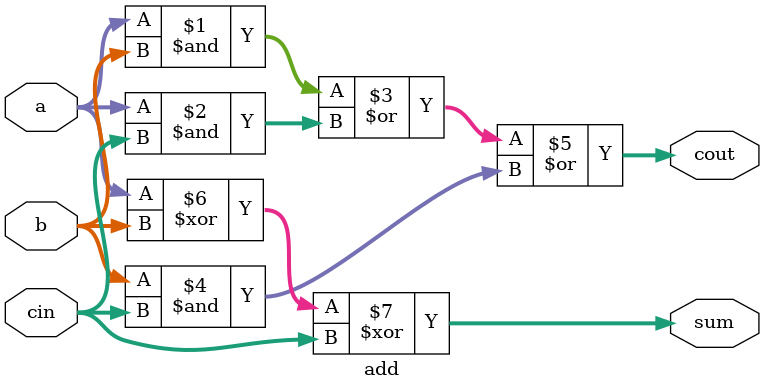
<source format=v>
module add 
		( input [48:0] a,
		  input [48:0] b,
		  input [48:0] cin,
		  
		  output [48:0] cout,
		  output [48:0] sum
			);
	
	assign cout = (a&b) | (a&cin) | (b&cin);
	assign sum  = a^b^cin;

endmodule
</source>
